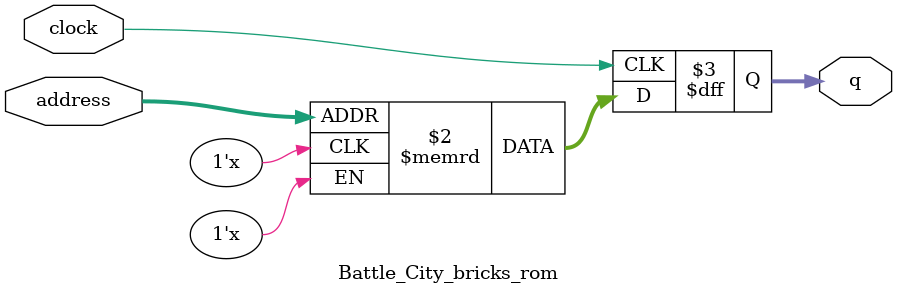
<source format=sv>
module Battle_City_bricks_rom (
	input logic clock,
	input logic [10:0] address,
	output logic [3:0] q
);

logic [3:0] memory [0:1295] /* synthesis ram_init_file = "./Battle_City_bricks/Battle_City_bricks.mif" */;

always_ff @ (posedge clock) begin
	q <= memory[address];
end

endmodule

</source>
